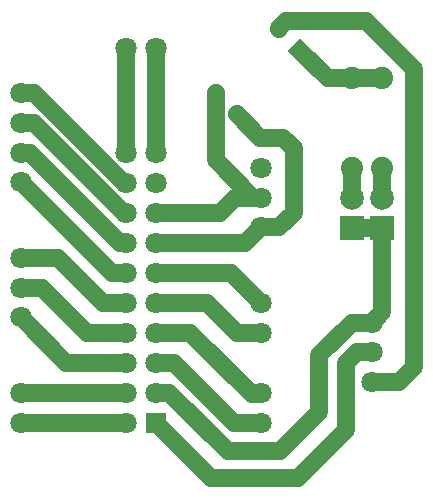
<source format=gtl>
G04 Layer: TopLayer*
G04 EasyEDA v6.2.46, 2019-10-16T13:26:15+01:00*
G04 ae079d8acce342fb8db977bfef0d72cc,7d8c45e2f626414c9c496ba5291ef857,10*
G04 Gerber Generator version 0.2*
G04 Scale: 100 percent, Rotated: No, Reflected: No *
G04 Dimensions in millimeters *
G04 leading zeros omitted , absolute positions ,3 integer and 3 decimal *
%FSLAX33Y33*%
%MOMM*%
G90*
G71D02*

%ADD11C,1.499997*%
%ADD13C,1.524000*%
%ADD14C,1.879600*%
%ADD15C,1.799996*%
%ADD16R,1.799996X1.799996*%
%ADD17R,1.999996X1.999996*%
%ADD18C,1.999996*%

%LPD*%
G54D11*
G01X41783Y37380D02*
G01X41783Y12107D01*
G01X40552Y10876D01*
G01X38227Y10876D01*
G01X39116Y36618D02*
G01X36576Y36618D01*
G01X8509Y7425D02*
G01X17399Y7408D01*
G01X8509Y9930D02*
G01X17399Y9948D01*
G01X8509Y16337D02*
G01X12358Y12488D01*
G01X17399Y12488D01*
G01X17399Y15028D02*
G01X14097Y15028D01*
G01X10287Y18838D01*
G01X8509Y18838D01*
G01X8509Y21338D02*
G01X11684Y21338D01*
G01X15454Y17568D01*
G01X17399Y17568D01*
G01X17399Y20108D02*
G01X16188Y20108D01*
G01X8509Y27787D01*
G01X17399Y22648D02*
G01X16891Y22648D01*
G01X9250Y30288D01*
G01X8509Y30288D01*
G01X17399Y25188D02*
G01X17272Y25188D01*
G01X9652Y32808D01*
G01X8509Y32790D01*
G01X17399Y27728D02*
G01X17272Y27728D01*
G01X9652Y35348D01*
G01X8568Y35348D01*
G01X8509Y35288D01*
G01X17416Y39158D02*
G01X17399Y30268D01*
G01X19921Y39158D02*
G01X19939Y30268D01*
G01X19939Y22648D02*
G01X27519Y22648D01*
G01X28829Y23957D01*
G01X28829Y26459D02*
G01X26671Y26459D01*
G01X25400Y25188D01*
G01X19939Y25188D01*
G01X19939Y20108D02*
G01X26271Y20108D01*
G01X28830Y17548D01*
G01X19939Y17568D02*
G01X24257Y17568D01*
G01X26797Y15028D01*
G01X28829Y15045D01*
G01X19939Y15028D02*
G01X22860Y15028D01*
G01X28067Y9821D01*
G01X28722Y9821D01*
G01X28829Y9930D01*
G01X19939Y12488D02*
G01X21463Y12488D01*
G01X26543Y7408D01*
G01X28829Y7425D01*
G01X38227Y15877D02*
G01X39116Y16766D01*
G01X39116Y23918D01*
G01X39116Y23918D02*
G01X36576Y23918D01*
G01X38227Y15876D02*
G01X36537Y15876D01*
G01X33782Y13123D01*
G01X33782Y8297D01*
G01X30480Y4995D01*
G01X26035Y4995D01*
G01X21082Y9948D01*
G01X19939Y9948D01*
G01X38227Y13377D02*
G01X36957Y13377D01*
G01X36068Y12488D01*
G01X36068Y6773D01*
G01X32004Y2709D01*
G01X24638Y2709D01*
G01X19939Y7408D01*
G01X36576Y28998D02*
G01X36576Y26458D01*
G01X39116Y26458D02*
G01X39116Y28998D01*
G01X41783Y37380D02*
G01X37719Y41444D01*
G01X30988Y41444D01*
G01X30370Y40826D01*
G01X30370Y40717D01*
G01X32167Y38922D02*
G01X34471Y36618D01*
G01X36576Y36618D01*
G01X28829Y26459D02*
G01X28192Y26459D01*
G01X24982Y29669D01*
G01X24982Y35329D01*
G01X26778Y33533D02*
G01X28774Y31538D01*
G01X30734Y31538D01*
G01X31623Y30649D01*
G01X31623Y25188D01*
G01X30392Y23957D01*
G01X28829Y23957D01*
G36*
G01X33244Y38922D02*
G01X32167Y37844D01*
G01X31089Y38922D01*
G01X32167Y39999D01*
G01X33244Y38922D01*
G37*
G54D13*
G01X30371Y40718D03*
G01X24982Y35329D03*
G01X26778Y33533D03*
G54D14*
G01X39116Y28998D03*
G01X39116Y36618D03*
G01X36576Y28998D03*
G01X36576Y36618D03*
G54D15*
G01X38227Y10876D03*
G01X38227Y13378D03*
G01X38227Y15877D03*
G01X28829Y23957D03*
G01X28829Y26459D03*
G01X28829Y28958D03*
G54D16*
G01X19939Y7408D03*
G54D15*
G01X17399Y7408D03*
G01X19939Y9948D03*
G01X17399Y9948D03*
G01X19939Y12488D03*
G01X17399Y12488D03*
G01X19939Y15028D03*
G01X17399Y15028D03*
G01X19939Y17568D03*
G01X17399Y17568D03*
G01X19939Y20108D03*
G01X17399Y20108D03*
G01X19939Y22648D03*
G01X17399Y22648D03*
G01X19939Y25188D03*
G01X17399Y25188D03*
G01X19939Y27728D03*
G01X17399Y27728D03*
G01X19939Y30268D03*
G01X17399Y30268D03*
G01X17418Y39158D03*
G01X19919Y39158D03*
G54D17*
G01X39116Y23918D03*
G54D18*
G01X39116Y26458D03*
G54D17*
G01X36576Y23918D03*
G54D18*
G01X36576Y26458D03*
G54D15*
G01X8510Y16337D03*
G01X8510Y18839D03*
G01X8510Y21338D03*
G01X28830Y9928D03*
G01X28830Y7427D03*
G01X28830Y17548D03*
G01X28830Y15047D03*
G01X8510Y7427D03*
G01X8510Y9928D03*
G01X8510Y27787D03*
G01X8510Y30289D03*
G01X8510Y32788D03*
G01X8510Y35288D03*
M00*
M02*

</source>
